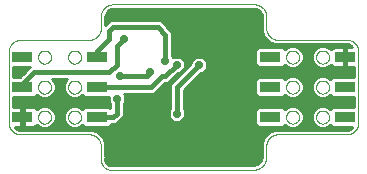
<source format=gbl>
G75*
%MOIN*%
%OFA0B0*%
%FSLAX25Y25*%
%IPPOS*%
%LPD*%
%AMOC8*
5,1,8,0,0,1.08239X$1,22.5*
%
%ADD10C,0.00000*%
%ADD11R,0.07087X0.03543*%
%ADD12C,0.01600*%
%ADD13OC8,0.02420*%
%ADD14C,0.01000*%
D10*
X0045791Y0032012D02*
X0045915Y0032010D01*
X0046038Y0032004D01*
X0046162Y0031995D01*
X0046284Y0031981D01*
X0046407Y0031964D01*
X0046529Y0031942D01*
X0046650Y0031917D01*
X0046770Y0031888D01*
X0046889Y0031856D01*
X0047008Y0031819D01*
X0047125Y0031779D01*
X0047240Y0031736D01*
X0047355Y0031688D01*
X0047467Y0031637D01*
X0047578Y0031583D01*
X0047688Y0031525D01*
X0047795Y0031464D01*
X0047901Y0031399D01*
X0048004Y0031331D01*
X0048105Y0031260D01*
X0048204Y0031186D01*
X0048301Y0031109D01*
X0048395Y0031028D01*
X0048486Y0030945D01*
X0048575Y0030859D01*
X0048661Y0030770D01*
X0048744Y0030679D01*
X0048825Y0030585D01*
X0048902Y0030488D01*
X0048976Y0030389D01*
X0049047Y0030288D01*
X0049115Y0030185D01*
X0049180Y0030079D01*
X0049241Y0029972D01*
X0049299Y0029862D01*
X0049353Y0029751D01*
X0049404Y0029639D01*
X0049452Y0029524D01*
X0049495Y0029409D01*
X0049535Y0029292D01*
X0049572Y0029173D01*
X0049604Y0029054D01*
X0049633Y0028934D01*
X0049658Y0028813D01*
X0049680Y0028691D01*
X0049697Y0028568D01*
X0049711Y0028446D01*
X0049720Y0028322D01*
X0049726Y0028199D01*
X0049728Y0028075D01*
X0049728Y0024138D01*
X0049713Y0024023D01*
X0049703Y0023907D01*
X0049696Y0023791D01*
X0049693Y0023675D01*
X0049694Y0023558D01*
X0049699Y0023442D01*
X0049708Y0023326D01*
X0049720Y0023211D01*
X0049737Y0023095D01*
X0049757Y0022981D01*
X0049781Y0022867D01*
X0049809Y0022754D01*
X0049841Y0022642D01*
X0049876Y0022532D01*
X0049915Y0022422D01*
X0049958Y0022314D01*
X0050004Y0022207D01*
X0050054Y0022102D01*
X0050108Y0021999D01*
X0050164Y0021897D01*
X0050224Y0021798D01*
X0050288Y0021700D01*
X0050354Y0021605D01*
X0050424Y0021512D01*
X0050497Y0021421D01*
X0050573Y0021333D01*
X0050652Y0021247D01*
X0050733Y0021164D01*
X0050818Y0021084D01*
X0050904Y0021007D01*
X0050994Y0020933D01*
X0051086Y0020861D01*
X0051180Y0020793D01*
X0051276Y0020728D01*
X0051375Y0020666D01*
X0051476Y0020608D01*
X0051578Y0020553D01*
X0051682Y0020501D01*
X0051788Y0020453D01*
X0051896Y0020409D01*
X0052005Y0020368D01*
X0052115Y0020331D01*
X0052226Y0020297D01*
X0052338Y0020268D01*
X0052452Y0020242D01*
X0052566Y0020219D01*
X0052681Y0020201D01*
X0099925Y0020201D01*
X0100056Y0020189D01*
X0100188Y0020180D01*
X0100320Y0020175D01*
X0100452Y0020174D01*
X0100584Y0020177D01*
X0100716Y0020184D01*
X0100848Y0020195D01*
X0100979Y0020210D01*
X0101110Y0020228D01*
X0101240Y0020251D01*
X0101369Y0020277D01*
X0101498Y0020307D01*
X0101625Y0020341D01*
X0101752Y0020379D01*
X0101877Y0020420D01*
X0102002Y0020465D01*
X0102124Y0020514D01*
X0102245Y0020566D01*
X0102365Y0020622D01*
X0102483Y0020682D01*
X0102599Y0020745D01*
X0102713Y0020811D01*
X0102825Y0020881D01*
X0102935Y0020954D01*
X0103043Y0021030D01*
X0103149Y0021110D01*
X0103252Y0021192D01*
X0103353Y0021278D01*
X0103451Y0021366D01*
X0103546Y0021457D01*
X0103639Y0021552D01*
X0103728Y0021648D01*
X0103815Y0021748D01*
X0103899Y0021850D01*
X0103980Y0021954D01*
X0104058Y0022061D01*
X0104132Y0022170D01*
X0104204Y0022281D01*
X0104272Y0022394D01*
X0104336Y0022510D01*
X0104397Y0022627D01*
X0104455Y0022745D01*
X0104509Y0022866D01*
X0104559Y0022988D01*
X0104606Y0023111D01*
X0104649Y0023236D01*
X0104689Y0023362D01*
X0104725Y0023489D01*
X0104756Y0023618D01*
X0104785Y0023747D01*
X0104809Y0023876D01*
X0104829Y0024007D01*
X0104846Y0024138D01*
X0104846Y0028075D01*
X0104848Y0028199D01*
X0104854Y0028322D01*
X0104863Y0028446D01*
X0104877Y0028568D01*
X0104894Y0028691D01*
X0104916Y0028813D01*
X0104941Y0028934D01*
X0104970Y0029054D01*
X0105002Y0029173D01*
X0105039Y0029292D01*
X0105079Y0029409D01*
X0105122Y0029524D01*
X0105170Y0029639D01*
X0105221Y0029751D01*
X0105275Y0029862D01*
X0105333Y0029972D01*
X0105394Y0030079D01*
X0105459Y0030185D01*
X0105527Y0030288D01*
X0105598Y0030389D01*
X0105672Y0030488D01*
X0105749Y0030585D01*
X0105830Y0030679D01*
X0105913Y0030770D01*
X0105999Y0030859D01*
X0106088Y0030945D01*
X0106179Y0031028D01*
X0106273Y0031109D01*
X0106370Y0031186D01*
X0106469Y0031260D01*
X0106570Y0031331D01*
X0106673Y0031399D01*
X0106779Y0031464D01*
X0106886Y0031525D01*
X0106996Y0031583D01*
X0107107Y0031637D01*
X0107219Y0031688D01*
X0107334Y0031736D01*
X0107449Y0031779D01*
X0107566Y0031819D01*
X0107685Y0031856D01*
X0107804Y0031888D01*
X0107924Y0031917D01*
X0108045Y0031942D01*
X0108167Y0031964D01*
X0108290Y0031981D01*
X0108412Y0031995D01*
X0108536Y0032004D01*
X0108659Y0032010D01*
X0108783Y0032012D01*
X0131618Y0032012D01*
X0131742Y0032014D01*
X0131865Y0032020D01*
X0131989Y0032029D01*
X0132111Y0032043D01*
X0132234Y0032060D01*
X0132356Y0032082D01*
X0132477Y0032107D01*
X0132597Y0032136D01*
X0132716Y0032168D01*
X0132835Y0032205D01*
X0132952Y0032245D01*
X0133067Y0032288D01*
X0133182Y0032336D01*
X0133294Y0032387D01*
X0133405Y0032441D01*
X0133515Y0032499D01*
X0133622Y0032560D01*
X0133728Y0032625D01*
X0133831Y0032693D01*
X0133932Y0032764D01*
X0134031Y0032838D01*
X0134128Y0032915D01*
X0134222Y0032996D01*
X0134313Y0033079D01*
X0134402Y0033165D01*
X0134488Y0033254D01*
X0134571Y0033345D01*
X0134652Y0033439D01*
X0134729Y0033536D01*
X0134803Y0033635D01*
X0134874Y0033736D01*
X0134942Y0033839D01*
X0135007Y0033945D01*
X0135068Y0034052D01*
X0135126Y0034162D01*
X0135180Y0034273D01*
X0135231Y0034385D01*
X0135279Y0034500D01*
X0135322Y0034615D01*
X0135362Y0034732D01*
X0135399Y0034851D01*
X0135431Y0034970D01*
X0135460Y0035090D01*
X0135485Y0035211D01*
X0135507Y0035333D01*
X0135524Y0035456D01*
X0135538Y0035578D01*
X0135547Y0035702D01*
X0135553Y0035825D01*
X0135555Y0035949D01*
X0135555Y0059571D01*
X0135553Y0059695D01*
X0135547Y0059818D01*
X0135538Y0059942D01*
X0135524Y0060064D01*
X0135507Y0060187D01*
X0135485Y0060309D01*
X0135460Y0060430D01*
X0135431Y0060550D01*
X0135399Y0060669D01*
X0135362Y0060788D01*
X0135322Y0060905D01*
X0135279Y0061020D01*
X0135231Y0061135D01*
X0135180Y0061247D01*
X0135126Y0061358D01*
X0135068Y0061468D01*
X0135007Y0061575D01*
X0134942Y0061681D01*
X0134874Y0061784D01*
X0134803Y0061885D01*
X0134729Y0061984D01*
X0134652Y0062081D01*
X0134571Y0062175D01*
X0134488Y0062266D01*
X0134402Y0062355D01*
X0134313Y0062441D01*
X0134222Y0062524D01*
X0134128Y0062605D01*
X0134031Y0062682D01*
X0133932Y0062756D01*
X0133831Y0062827D01*
X0133728Y0062895D01*
X0133622Y0062960D01*
X0133515Y0063021D01*
X0133405Y0063079D01*
X0133294Y0063133D01*
X0133182Y0063184D01*
X0133067Y0063232D01*
X0132952Y0063275D01*
X0132835Y0063315D01*
X0132716Y0063352D01*
X0132597Y0063384D01*
X0132477Y0063413D01*
X0132356Y0063438D01*
X0132234Y0063460D01*
X0132111Y0063477D01*
X0131989Y0063491D01*
X0131865Y0063500D01*
X0131742Y0063506D01*
X0131618Y0063508D01*
X0108783Y0063508D01*
X0108659Y0063510D01*
X0108536Y0063516D01*
X0108412Y0063525D01*
X0108290Y0063539D01*
X0108167Y0063556D01*
X0108045Y0063578D01*
X0107924Y0063603D01*
X0107804Y0063632D01*
X0107685Y0063664D01*
X0107566Y0063701D01*
X0107449Y0063741D01*
X0107334Y0063784D01*
X0107219Y0063832D01*
X0107107Y0063883D01*
X0106996Y0063937D01*
X0106886Y0063995D01*
X0106779Y0064056D01*
X0106673Y0064121D01*
X0106570Y0064189D01*
X0106469Y0064260D01*
X0106370Y0064334D01*
X0106273Y0064411D01*
X0106179Y0064492D01*
X0106088Y0064575D01*
X0105999Y0064661D01*
X0105913Y0064750D01*
X0105830Y0064841D01*
X0105749Y0064935D01*
X0105672Y0065032D01*
X0105598Y0065131D01*
X0105527Y0065232D01*
X0105459Y0065335D01*
X0105394Y0065441D01*
X0105333Y0065548D01*
X0105275Y0065658D01*
X0105221Y0065769D01*
X0105170Y0065881D01*
X0105122Y0065996D01*
X0105079Y0066111D01*
X0105039Y0066228D01*
X0105002Y0066347D01*
X0104970Y0066466D01*
X0104941Y0066586D01*
X0104916Y0066707D01*
X0104894Y0066829D01*
X0104877Y0066952D01*
X0104863Y0067074D01*
X0104854Y0067198D01*
X0104848Y0067321D01*
X0104846Y0067445D01*
X0104846Y0071382D01*
X0104844Y0071506D01*
X0104838Y0071629D01*
X0104829Y0071753D01*
X0104815Y0071875D01*
X0104798Y0071998D01*
X0104776Y0072120D01*
X0104751Y0072241D01*
X0104722Y0072361D01*
X0104690Y0072480D01*
X0104653Y0072599D01*
X0104613Y0072716D01*
X0104570Y0072831D01*
X0104522Y0072946D01*
X0104471Y0073058D01*
X0104417Y0073169D01*
X0104359Y0073279D01*
X0104298Y0073386D01*
X0104233Y0073492D01*
X0104165Y0073595D01*
X0104094Y0073696D01*
X0104020Y0073795D01*
X0103943Y0073892D01*
X0103862Y0073986D01*
X0103779Y0074077D01*
X0103693Y0074166D01*
X0103604Y0074252D01*
X0103513Y0074335D01*
X0103419Y0074416D01*
X0103322Y0074493D01*
X0103223Y0074567D01*
X0103122Y0074638D01*
X0103019Y0074706D01*
X0102913Y0074771D01*
X0102806Y0074832D01*
X0102696Y0074890D01*
X0102585Y0074944D01*
X0102473Y0074995D01*
X0102358Y0075043D01*
X0102243Y0075086D01*
X0102126Y0075126D01*
X0102007Y0075163D01*
X0101888Y0075195D01*
X0101768Y0075224D01*
X0101647Y0075249D01*
X0101525Y0075271D01*
X0101402Y0075288D01*
X0101280Y0075302D01*
X0101156Y0075311D01*
X0101033Y0075317D01*
X0100909Y0075319D01*
X0053665Y0075319D01*
X0053541Y0075317D01*
X0053418Y0075311D01*
X0053294Y0075302D01*
X0053172Y0075288D01*
X0053049Y0075271D01*
X0052927Y0075249D01*
X0052806Y0075224D01*
X0052686Y0075195D01*
X0052567Y0075163D01*
X0052448Y0075126D01*
X0052331Y0075086D01*
X0052216Y0075043D01*
X0052101Y0074995D01*
X0051989Y0074944D01*
X0051878Y0074890D01*
X0051768Y0074832D01*
X0051661Y0074771D01*
X0051555Y0074706D01*
X0051452Y0074638D01*
X0051351Y0074567D01*
X0051252Y0074493D01*
X0051155Y0074416D01*
X0051061Y0074335D01*
X0050970Y0074252D01*
X0050881Y0074166D01*
X0050795Y0074077D01*
X0050712Y0073986D01*
X0050631Y0073892D01*
X0050554Y0073795D01*
X0050480Y0073696D01*
X0050409Y0073595D01*
X0050341Y0073492D01*
X0050276Y0073386D01*
X0050215Y0073279D01*
X0050157Y0073169D01*
X0050103Y0073058D01*
X0050052Y0072946D01*
X0050004Y0072831D01*
X0049961Y0072716D01*
X0049921Y0072599D01*
X0049884Y0072480D01*
X0049852Y0072361D01*
X0049823Y0072241D01*
X0049798Y0072120D01*
X0049776Y0071998D01*
X0049759Y0071875D01*
X0049745Y0071753D01*
X0049736Y0071629D01*
X0049730Y0071506D01*
X0049728Y0071382D01*
X0049728Y0067445D01*
X0049726Y0067321D01*
X0049720Y0067198D01*
X0049711Y0067074D01*
X0049697Y0066952D01*
X0049680Y0066829D01*
X0049658Y0066707D01*
X0049633Y0066586D01*
X0049604Y0066466D01*
X0049572Y0066347D01*
X0049535Y0066228D01*
X0049495Y0066111D01*
X0049452Y0065996D01*
X0049404Y0065881D01*
X0049353Y0065769D01*
X0049299Y0065658D01*
X0049241Y0065548D01*
X0049180Y0065441D01*
X0049115Y0065335D01*
X0049047Y0065232D01*
X0048976Y0065131D01*
X0048902Y0065032D01*
X0048825Y0064935D01*
X0048744Y0064841D01*
X0048661Y0064750D01*
X0048575Y0064661D01*
X0048486Y0064575D01*
X0048395Y0064492D01*
X0048301Y0064411D01*
X0048204Y0064334D01*
X0048105Y0064260D01*
X0048004Y0064189D01*
X0047901Y0064121D01*
X0047795Y0064056D01*
X0047688Y0063995D01*
X0047578Y0063937D01*
X0047467Y0063883D01*
X0047355Y0063832D01*
X0047240Y0063784D01*
X0047125Y0063741D01*
X0047008Y0063701D01*
X0046889Y0063664D01*
X0046770Y0063632D01*
X0046650Y0063603D01*
X0046529Y0063578D01*
X0046407Y0063556D01*
X0046284Y0063539D01*
X0046162Y0063525D01*
X0046038Y0063516D01*
X0045915Y0063510D01*
X0045791Y0063508D01*
X0022957Y0063508D01*
X0022833Y0063506D01*
X0022710Y0063500D01*
X0022586Y0063491D01*
X0022464Y0063477D01*
X0022341Y0063460D01*
X0022219Y0063438D01*
X0022098Y0063413D01*
X0021978Y0063384D01*
X0021859Y0063352D01*
X0021740Y0063315D01*
X0021623Y0063275D01*
X0021508Y0063232D01*
X0021393Y0063184D01*
X0021281Y0063133D01*
X0021170Y0063079D01*
X0021060Y0063021D01*
X0020953Y0062960D01*
X0020847Y0062895D01*
X0020744Y0062827D01*
X0020643Y0062756D01*
X0020544Y0062682D01*
X0020447Y0062605D01*
X0020353Y0062524D01*
X0020262Y0062441D01*
X0020173Y0062355D01*
X0020087Y0062266D01*
X0020004Y0062175D01*
X0019923Y0062081D01*
X0019846Y0061984D01*
X0019772Y0061885D01*
X0019701Y0061784D01*
X0019633Y0061681D01*
X0019568Y0061575D01*
X0019507Y0061468D01*
X0019449Y0061358D01*
X0019395Y0061247D01*
X0019344Y0061135D01*
X0019296Y0061020D01*
X0019253Y0060905D01*
X0019213Y0060788D01*
X0019176Y0060669D01*
X0019144Y0060550D01*
X0019115Y0060430D01*
X0019090Y0060309D01*
X0019068Y0060187D01*
X0019051Y0060064D01*
X0019037Y0059942D01*
X0019028Y0059818D01*
X0019022Y0059695D01*
X0019020Y0059571D01*
X0019020Y0035949D01*
X0019022Y0035825D01*
X0019028Y0035702D01*
X0019037Y0035578D01*
X0019051Y0035456D01*
X0019068Y0035333D01*
X0019090Y0035211D01*
X0019115Y0035090D01*
X0019144Y0034970D01*
X0019176Y0034851D01*
X0019213Y0034732D01*
X0019253Y0034615D01*
X0019296Y0034500D01*
X0019344Y0034385D01*
X0019395Y0034273D01*
X0019449Y0034162D01*
X0019507Y0034052D01*
X0019568Y0033945D01*
X0019633Y0033839D01*
X0019701Y0033736D01*
X0019772Y0033635D01*
X0019846Y0033536D01*
X0019923Y0033439D01*
X0020004Y0033345D01*
X0020087Y0033254D01*
X0020173Y0033165D01*
X0020262Y0033079D01*
X0020353Y0032996D01*
X0020447Y0032915D01*
X0020544Y0032838D01*
X0020643Y0032764D01*
X0020744Y0032693D01*
X0020847Y0032625D01*
X0020953Y0032560D01*
X0021060Y0032499D01*
X0021170Y0032441D01*
X0021281Y0032387D01*
X0021393Y0032336D01*
X0021508Y0032288D01*
X0021623Y0032245D01*
X0021740Y0032205D01*
X0021859Y0032168D01*
X0021978Y0032136D01*
X0022098Y0032107D01*
X0022219Y0032082D01*
X0022341Y0032060D01*
X0022464Y0032043D01*
X0022586Y0032029D01*
X0022710Y0032020D01*
X0022833Y0032014D01*
X0022957Y0032012D01*
X0045791Y0032012D01*
X0038784Y0037760D02*
X0038786Y0037853D01*
X0038792Y0037945D01*
X0038802Y0038037D01*
X0038816Y0038128D01*
X0038833Y0038219D01*
X0038855Y0038309D01*
X0038880Y0038398D01*
X0038909Y0038486D01*
X0038942Y0038572D01*
X0038979Y0038657D01*
X0039019Y0038741D01*
X0039063Y0038822D01*
X0039110Y0038902D01*
X0039160Y0038980D01*
X0039214Y0039055D01*
X0039271Y0039128D01*
X0039331Y0039198D01*
X0039394Y0039266D01*
X0039460Y0039331D01*
X0039528Y0039393D01*
X0039599Y0039453D01*
X0039673Y0039509D01*
X0039749Y0039562D01*
X0039827Y0039611D01*
X0039907Y0039658D01*
X0039989Y0039700D01*
X0040073Y0039740D01*
X0040158Y0039775D01*
X0040245Y0039807D01*
X0040333Y0039836D01*
X0040422Y0039860D01*
X0040512Y0039881D01*
X0040603Y0039897D01*
X0040695Y0039910D01*
X0040787Y0039919D01*
X0040880Y0039924D01*
X0040972Y0039925D01*
X0041065Y0039922D01*
X0041157Y0039915D01*
X0041249Y0039904D01*
X0041340Y0039889D01*
X0041431Y0039871D01*
X0041521Y0039848D01*
X0041609Y0039822D01*
X0041697Y0039792D01*
X0041783Y0039758D01*
X0041867Y0039721D01*
X0041950Y0039679D01*
X0042031Y0039635D01*
X0042111Y0039587D01*
X0042188Y0039536D01*
X0042262Y0039481D01*
X0042335Y0039423D01*
X0042405Y0039363D01*
X0042472Y0039299D01*
X0042536Y0039233D01*
X0042598Y0039163D01*
X0042656Y0039092D01*
X0042711Y0039018D01*
X0042763Y0038941D01*
X0042812Y0038862D01*
X0042858Y0038782D01*
X0042900Y0038699D01*
X0042938Y0038615D01*
X0042973Y0038529D01*
X0043004Y0038442D01*
X0043031Y0038354D01*
X0043054Y0038264D01*
X0043074Y0038174D01*
X0043090Y0038083D01*
X0043102Y0037991D01*
X0043110Y0037899D01*
X0043114Y0037806D01*
X0043114Y0037714D01*
X0043110Y0037621D01*
X0043102Y0037529D01*
X0043090Y0037437D01*
X0043074Y0037346D01*
X0043054Y0037256D01*
X0043031Y0037166D01*
X0043004Y0037078D01*
X0042973Y0036991D01*
X0042938Y0036905D01*
X0042900Y0036821D01*
X0042858Y0036738D01*
X0042812Y0036658D01*
X0042763Y0036579D01*
X0042711Y0036502D01*
X0042656Y0036428D01*
X0042598Y0036357D01*
X0042536Y0036287D01*
X0042472Y0036221D01*
X0042405Y0036157D01*
X0042335Y0036097D01*
X0042262Y0036039D01*
X0042188Y0035984D01*
X0042111Y0035933D01*
X0042032Y0035885D01*
X0041950Y0035841D01*
X0041867Y0035799D01*
X0041783Y0035762D01*
X0041697Y0035728D01*
X0041609Y0035698D01*
X0041521Y0035672D01*
X0041431Y0035649D01*
X0041340Y0035631D01*
X0041249Y0035616D01*
X0041157Y0035605D01*
X0041065Y0035598D01*
X0040972Y0035595D01*
X0040880Y0035596D01*
X0040787Y0035601D01*
X0040695Y0035610D01*
X0040603Y0035623D01*
X0040512Y0035639D01*
X0040422Y0035660D01*
X0040333Y0035684D01*
X0040245Y0035713D01*
X0040158Y0035745D01*
X0040073Y0035780D01*
X0039989Y0035820D01*
X0039907Y0035862D01*
X0039827Y0035909D01*
X0039749Y0035958D01*
X0039673Y0036011D01*
X0039599Y0036067D01*
X0039528Y0036127D01*
X0039460Y0036189D01*
X0039394Y0036254D01*
X0039331Y0036322D01*
X0039271Y0036392D01*
X0039214Y0036465D01*
X0039160Y0036540D01*
X0039110Y0036618D01*
X0039063Y0036698D01*
X0039019Y0036779D01*
X0038979Y0036863D01*
X0038942Y0036948D01*
X0038909Y0037034D01*
X0038880Y0037122D01*
X0038855Y0037211D01*
X0038833Y0037301D01*
X0038816Y0037392D01*
X0038802Y0037483D01*
X0038792Y0037575D01*
X0038786Y0037667D01*
X0038784Y0037760D01*
X0028784Y0037760D02*
X0028786Y0037853D01*
X0028792Y0037945D01*
X0028802Y0038037D01*
X0028816Y0038128D01*
X0028833Y0038219D01*
X0028855Y0038309D01*
X0028880Y0038398D01*
X0028909Y0038486D01*
X0028942Y0038572D01*
X0028979Y0038657D01*
X0029019Y0038741D01*
X0029063Y0038822D01*
X0029110Y0038902D01*
X0029160Y0038980D01*
X0029214Y0039055D01*
X0029271Y0039128D01*
X0029331Y0039198D01*
X0029394Y0039266D01*
X0029460Y0039331D01*
X0029528Y0039393D01*
X0029599Y0039453D01*
X0029673Y0039509D01*
X0029749Y0039562D01*
X0029827Y0039611D01*
X0029907Y0039658D01*
X0029989Y0039700D01*
X0030073Y0039740D01*
X0030158Y0039775D01*
X0030245Y0039807D01*
X0030333Y0039836D01*
X0030422Y0039860D01*
X0030512Y0039881D01*
X0030603Y0039897D01*
X0030695Y0039910D01*
X0030787Y0039919D01*
X0030880Y0039924D01*
X0030972Y0039925D01*
X0031065Y0039922D01*
X0031157Y0039915D01*
X0031249Y0039904D01*
X0031340Y0039889D01*
X0031431Y0039871D01*
X0031521Y0039848D01*
X0031609Y0039822D01*
X0031697Y0039792D01*
X0031783Y0039758D01*
X0031867Y0039721D01*
X0031950Y0039679D01*
X0032031Y0039635D01*
X0032111Y0039587D01*
X0032188Y0039536D01*
X0032262Y0039481D01*
X0032335Y0039423D01*
X0032405Y0039363D01*
X0032472Y0039299D01*
X0032536Y0039233D01*
X0032598Y0039163D01*
X0032656Y0039092D01*
X0032711Y0039018D01*
X0032763Y0038941D01*
X0032812Y0038862D01*
X0032858Y0038782D01*
X0032900Y0038699D01*
X0032938Y0038615D01*
X0032973Y0038529D01*
X0033004Y0038442D01*
X0033031Y0038354D01*
X0033054Y0038264D01*
X0033074Y0038174D01*
X0033090Y0038083D01*
X0033102Y0037991D01*
X0033110Y0037899D01*
X0033114Y0037806D01*
X0033114Y0037714D01*
X0033110Y0037621D01*
X0033102Y0037529D01*
X0033090Y0037437D01*
X0033074Y0037346D01*
X0033054Y0037256D01*
X0033031Y0037166D01*
X0033004Y0037078D01*
X0032973Y0036991D01*
X0032938Y0036905D01*
X0032900Y0036821D01*
X0032858Y0036738D01*
X0032812Y0036658D01*
X0032763Y0036579D01*
X0032711Y0036502D01*
X0032656Y0036428D01*
X0032598Y0036357D01*
X0032536Y0036287D01*
X0032472Y0036221D01*
X0032405Y0036157D01*
X0032335Y0036097D01*
X0032262Y0036039D01*
X0032188Y0035984D01*
X0032111Y0035933D01*
X0032032Y0035885D01*
X0031950Y0035841D01*
X0031867Y0035799D01*
X0031783Y0035762D01*
X0031697Y0035728D01*
X0031609Y0035698D01*
X0031521Y0035672D01*
X0031431Y0035649D01*
X0031340Y0035631D01*
X0031249Y0035616D01*
X0031157Y0035605D01*
X0031065Y0035598D01*
X0030972Y0035595D01*
X0030880Y0035596D01*
X0030787Y0035601D01*
X0030695Y0035610D01*
X0030603Y0035623D01*
X0030512Y0035639D01*
X0030422Y0035660D01*
X0030333Y0035684D01*
X0030245Y0035713D01*
X0030158Y0035745D01*
X0030073Y0035780D01*
X0029989Y0035820D01*
X0029907Y0035862D01*
X0029827Y0035909D01*
X0029749Y0035958D01*
X0029673Y0036011D01*
X0029599Y0036067D01*
X0029528Y0036127D01*
X0029460Y0036189D01*
X0029394Y0036254D01*
X0029331Y0036322D01*
X0029271Y0036392D01*
X0029214Y0036465D01*
X0029160Y0036540D01*
X0029110Y0036618D01*
X0029063Y0036698D01*
X0029019Y0036779D01*
X0028979Y0036863D01*
X0028942Y0036948D01*
X0028909Y0037034D01*
X0028880Y0037122D01*
X0028855Y0037211D01*
X0028833Y0037301D01*
X0028816Y0037392D01*
X0028802Y0037483D01*
X0028792Y0037575D01*
X0028786Y0037667D01*
X0028784Y0037760D01*
X0028784Y0047760D02*
X0028786Y0047853D01*
X0028792Y0047945D01*
X0028802Y0048037D01*
X0028816Y0048128D01*
X0028833Y0048219D01*
X0028855Y0048309D01*
X0028880Y0048398D01*
X0028909Y0048486D01*
X0028942Y0048572D01*
X0028979Y0048657D01*
X0029019Y0048741D01*
X0029063Y0048822D01*
X0029110Y0048902D01*
X0029160Y0048980D01*
X0029214Y0049055D01*
X0029271Y0049128D01*
X0029331Y0049198D01*
X0029394Y0049266D01*
X0029460Y0049331D01*
X0029528Y0049393D01*
X0029599Y0049453D01*
X0029673Y0049509D01*
X0029749Y0049562D01*
X0029827Y0049611D01*
X0029907Y0049658D01*
X0029989Y0049700D01*
X0030073Y0049740D01*
X0030158Y0049775D01*
X0030245Y0049807D01*
X0030333Y0049836D01*
X0030422Y0049860D01*
X0030512Y0049881D01*
X0030603Y0049897D01*
X0030695Y0049910D01*
X0030787Y0049919D01*
X0030880Y0049924D01*
X0030972Y0049925D01*
X0031065Y0049922D01*
X0031157Y0049915D01*
X0031249Y0049904D01*
X0031340Y0049889D01*
X0031431Y0049871D01*
X0031521Y0049848D01*
X0031609Y0049822D01*
X0031697Y0049792D01*
X0031783Y0049758D01*
X0031867Y0049721D01*
X0031950Y0049679D01*
X0032031Y0049635D01*
X0032111Y0049587D01*
X0032188Y0049536D01*
X0032262Y0049481D01*
X0032335Y0049423D01*
X0032405Y0049363D01*
X0032472Y0049299D01*
X0032536Y0049233D01*
X0032598Y0049163D01*
X0032656Y0049092D01*
X0032711Y0049018D01*
X0032763Y0048941D01*
X0032812Y0048862D01*
X0032858Y0048782D01*
X0032900Y0048699D01*
X0032938Y0048615D01*
X0032973Y0048529D01*
X0033004Y0048442D01*
X0033031Y0048354D01*
X0033054Y0048264D01*
X0033074Y0048174D01*
X0033090Y0048083D01*
X0033102Y0047991D01*
X0033110Y0047899D01*
X0033114Y0047806D01*
X0033114Y0047714D01*
X0033110Y0047621D01*
X0033102Y0047529D01*
X0033090Y0047437D01*
X0033074Y0047346D01*
X0033054Y0047256D01*
X0033031Y0047166D01*
X0033004Y0047078D01*
X0032973Y0046991D01*
X0032938Y0046905D01*
X0032900Y0046821D01*
X0032858Y0046738D01*
X0032812Y0046658D01*
X0032763Y0046579D01*
X0032711Y0046502D01*
X0032656Y0046428D01*
X0032598Y0046357D01*
X0032536Y0046287D01*
X0032472Y0046221D01*
X0032405Y0046157D01*
X0032335Y0046097D01*
X0032262Y0046039D01*
X0032188Y0045984D01*
X0032111Y0045933D01*
X0032032Y0045885D01*
X0031950Y0045841D01*
X0031867Y0045799D01*
X0031783Y0045762D01*
X0031697Y0045728D01*
X0031609Y0045698D01*
X0031521Y0045672D01*
X0031431Y0045649D01*
X0031340Y0045631D01*
X0031249Y0045616D01*
X0031157Y0045605D01*
X0031065Y0045598D01*
X0030972Y0045595D01*
X0030880Y0045596D01*
X0030787Y0045601D01*
X0030695Y0045610D01*
X0030603Y0045623D01*
X0030512Y0045639D01*
X0030422Y0045660D01*
X0030333Y0045684D01*
X0030245Y0045713D01*
X0030158Y0045745D01*
X0030073Y0045780D01*
X0029989Y0045820D01*
X0029907Y0045862D01*
X0029827Y0045909D01*
X0029749Y0045958D01*
X0029673Y0046011D01*
X0029599Y0046067D01*
X0029528Y0046127D01*
X0029460Y0046189D01*
X0029394Y0046254D01*
X0029331Y0046322D01*
X0029271Y0046392D01*
X0029214Y0046465D01*
X0029160Y0046540D01*
X0029110Y0046618D01*
X0029063Y0046698D01*
X0029019Y0046779D01*
X0028979Y0046863D01*
X0028942Y0046948D01*
X0028909Y0047034D01*
X0028880Y0047122D01*
X0028855Y0047211D01*
X0028833Y0047301D01*
X0028816Y0047392D01*
X0028802Y0047483D01*
X0028792Y0047575D01*
X0028786Y0047667D01*
X0028784Y0047760D01*
X0038784Y0047760D02*
X0038786Y0047853D01*
X0038792Y0047945D01*
X0038802Y0048037D01*
X0038816Y0048128D01*
X0038833Y0048219D01*
X0038855Y0048309D01*
X0038880Y0048398D01*
X0038909Y0048486D01*
X0038942Y0048572D01*
X0038979Y0048657D01*
X0039019Y0048741D01*
X0039063Y0048822D01*
X0039110Y0048902D01*
X0039160Y0048980D01*
X0039214Y0049055D01*
X0039271Y0049128D01*
X0039331Y0049198D01*
X0039394Y0049266D01*
X0039460Y0049331D01*
X0039528Y0049393D01*
X0039599Y0049453D01*
X0039673Y0049509D01*
X0039749Y0049562D01*
X0039827Y0049611D01*
X0039907Y0049658D01*
X0039989Y0049700D01*
X0040073Y0049740D01*
X0040158Y0049775D01*
X0040245Y0049807D01*
X0040333Y0049836D01*
X0040422Y0049860D01*
X0040512Y0049881D01*
X0040603Y0049897D01*
X0040695Y0049910D01*
X0040787Y0049919D01*
X0040880Y0049924D01*
X0040972Y0049925D01*
X0041065Y0049922D01*
X0041157Y0049915D01*
X0041249Y0049904D01*
X0041340Y0049889D01*
X0041431Y0049871D01*
X0041521Y0049848D01*
X0041609Y0049822D01*
X0041697Y0049792D01*
X0041783Y0049758D01*
X0041867Y0049721D01*
X0041950Y0049679D01*
X0042031Y0049635D01*
X0042111Y0049587D01*
X0042188Y0049536D01*
X0042262Y0049481D01*
X0042335Y0049423D01*
X0042405Y0049363D01*
X0042472Y0049299D01*
X0042536Y0049233D01*
X0042598Y0049163D01*
X0042656Y0049092D01*
X0042711Y0049018D01*
X0042763Y0048941D01*
X0042812Y0048862D01*
X0042858Y0048782D01*
X0042900Y0048699D01*
X0042938Y0048615D01*
X0042973Y0048529D01*
X0043004Y0048442D01*
X0043031Y0048354D01*
X0043054Y0048264D01*
X0043074Y0048174D01*
X0043090Y0048083D01*
X0043102Y0047991D01*
X0043110Y0047899D01*
X0043114Y0047806D01*
X0043114Y0047714D01*
X0043110Y0047621D01*
X0043102Y0047529D01*
X0043090Y0047437D01*
X0043074Y0047346D01*
X0043054Y0047256D01*
X0043031Y0047166D01*
X0043004Y0047078D01*
X0042973Y0046991D01*
X0042938Y0046905D01*
X0042900Y0046821D01*
X0042858Y0046738D01*
X0042812Y0046658D01*
X0042763Y0046579D01*
X0042711Y0046502D01*
X0042656Y0046428D01*
X0042598Y0046357D01*
X0042536Y0046287D01*
X0042472Y0046221D01*
X0042405Y0046157D01*
X0042335Y0046097D01*
X0042262Y0046039D01*
X0042188Y0045984D01*
X0042111Y0045933D01*
X0042032Y0045885D01*
X0041950Y0045841D01*
X0041867Y0045799D01*
X0041783Y0045762D01*
X0041697Y0045728D01*
X0041609Y0045698D01*
X0041521Y0045672D01*
X0041431Y0045649D01*
X0041340Y0045631D01*
X0041249Y0045616D01*
X0041157Y0045605D01*
X0041065Y0045598D01*
X0040972Y0045595D01*
X0040880Y0045596D01*
X0040787Y0045601D01*
X0040695Y0045610D01*
X0040603Y0045623D01*
X0040512Y0045639D01*
X0040422Y0045660D01*
X0040333Y0045684D01*
X0040245Y0045713D01*
X0040158Y0045745D01*
X0040073Y0045780D01*
X0039989Y0045820D01*
X0039907Y0045862D01*
X0039827Y0045909D01*
X0039749Y0045958D01*
X0039673Y0046011D01*
X0039599Y0046067D01*
X0039528Y0046127D01*
X0039460Y0046189D01*
X0039394Y0046254D01*
X0039331Y0046322D01*
X0039271Y0046392D01*
X0039214Y0046465D01*
X0039160Y0046540D01*
X0039110Y0046618D01*
X0039063Y0046698D01*
X0039019Y0046779D01*
X0038979Y0046863D01*
X0038942Y0046948D01*
X0038909Y0047034D01*
X0038880Y0047122D01*
X0038855Y0047211D01*
X0038833Y0047301D01*
X0038816Y0047392D01*
X0038802Y0047483D01*
X0038792Y0047575D01*
X0038786Y0047667D01*
X0038784Y0047760D01*
X0038784Y0057760D02*
X0038786Y0057853D01*
X0038792Y0057945D01*
X0038802Y0058037D01*
X0038816Y0058128D01*
X0038833Y0058219D01*
X0038855Y0058309D01*
X0038880Y0058398D01*
X0038909Y0058486D01*
X0038942Y0058572D01*
X0038979Y0058657D01*
X0039019Y0058741D01*
X0039063Y0058822D01*
X0039110Y0058902D01*
X0039160Y0058980D01*
X0039214Y0059055D01*
X0039271Y0059128D01*
X0039331Y0059198D01*
X0039394Y0059266D01*
X0039460Y0059331D01*
X0039528Y0059393D01*
X0039599Y0059453D01*
X0039673Y0059509D01*
X0039749Y0059562D01*
X0039827Y0059611D01*
X0039907Y0059658D01*
X0039989Y0059700D01*
X0040073Y0059740D01*
X0040158Y0059775D01*
X0040245Y0059807D01*
X0040333Y0059836D01*
X0040422Y0059860D01*
X0040512Y0059881D01*
X0040603Y0059897D01*
X0040695Y0059910D01*
X0040787Y0059919D01*
X0040880Y0059924D01*
X0040972Y0059925D01*
X0041065Y0059922D01*
X0041157Y0059915D01*
X0041249Y0059904D01*
X0041340Y0059889D01*
X0041431Y0059871D01*
X0041521Y0059848D01*
X0041609Y0059822D01*
X0041697Y0059792D01*
X0041783Y0059758D01*
X0041867Y0059721D01*
X0041950Y0059679D01*
X0042031Y0059635D01*
X0042111Y0059587D01*
X0042188Y0059536D01*
X0042262Y0059481D01*
X0042335Y0059423D01*
X0042405Y0059363D01*
X0042472Y0059299D01*
X0042536Y0059233D01*
X0042598Y0059163D01*
X0042656Y0059092D01*
X0042711Y0059018D01*
X0042763Y0058941D01*
X0042812Y0058862D01*
X0042858Y0058782D01*
X0042900Y0058699D01*
X0042938Y0058615D01*
X0042973Y0058529D01*
X0043004Y0058442D01*
X0043031Y0058354D01*
X0043054Y0058264D01*
X0043074Y0058174D01*
X0043090Y0058083D01*
X0043102Y0057991D01*
X0043110Y0057899D01*
X0043114Y0057806D01*
X0043114Y0057714D01*
X0043110Y0057621D01*
X0043102Y0057529D01*
X0043090Y0057437D01*
X0043074Y0057346D01*
X0043054Y0057256D01*
X0043031Y0057166D01*
X0043004Y0057078D01*
X0042973Y0056991D01*
X0042938Y0056905D01*
X0042900Y0056821D01*
X0042858Y0056738D01*
X0042812Y0056658D01*
X0042763Y0056579D01*
X0042711Y0056502D01*
X0042656Y0056428D01*
X0042598Y0056357D01*
X0042536Y0056287D01*
X0042472Y0056221D01*
X0042405Y0056157D01*
X0042335Y0056097D01*
X0042262Y0056039D01*
X0042188Y0055984D01*
X0042111Y0055933D01*
X0042032Y0055885D01*
X0041950Y0055841D01*
X0041867Y0055799D01*
X0041783Y0055762D01*
X0041697Y0055728D01*
X0041609Y0055698D01*
X0041521Y0055672D01*
X0041431Y0055649D01*
X0041340Y0055631D01*
X0041249Y0055616D01*
X0041157Y0055605D01*
X0041065Y0055598D01*
X0040972Y0055595D01*
X0040880Y0055596D01*
X0040787Y0055601D01*
X0040695Y0055610D01*
X0040603Y0055623D01*
X0040512Y0055639D01*
X0040422Y0055660D01*
X0040333Y0055684D01*
X0040245Y0055713D01*
X0040158Y0055745D01*
X0040073Y0055780D01*
X0039989Y0055820D01*
X0039907Y0055862D01*
X0039827Y0055909D01*
X0039749Y0055958D01*
X0039673Y0056011D01*
X0039599Y0056067D01*
X0039528Y0056127D01*
X0039460Y0056189D01*
X0039394Y0056254D01*
X0039331Y0056322D01*
X0039271Y0056392D01*
X0039214Y0056465D01*
X0039160Y0056540D01*
X0039110Y0056618D01*
X0039063Y0056698D01*
X0039019Y0056779D01*
X0038979Y0056863D01*
X0038942Y0056948D01*
X0038909Y0057034D01*
X0038880Y0057122D01*
X0038855Y0057211D01*
X0038833Y0057301D01*
X0038816Y0057392D01*
X0038802Y0057483D01*
X0038792Y0057575D01*
X0038786Y0057667D01*
X0038784Y0057760D01*
X0028784Y0057760D02*
X0028786Y0057853D01*
X0028792Y0057945D01*
X0028802Y0058037D01*
X0028816Y0058128D01*
X0028833Y0058219D01*
X0028855Y0058309D01*
X0028880Y0058398D01*
X0028909Y0058486D01*
X0028942Y0058572D01*
X0028979Y0058657D01*
X0029019Y0058741D01*
X0029063Y0058822D01*
X0029110Y0058902D01*
X0029160Y0058980D01*
X0029214Y0059055D01*
X0029271Y0059128D01*
X0029331Y0059198D01*
X0029394Y0059266D01*
X0029460Y0059331D01*
X0029528Y0059393D01*
X0029599Y0059453D01*
X0029673Y0059509D01*
X0029749Y0059562D01*
X0029827Y0059611D01*
X0029907Y0059658D01*
X0029989Y0059700D01*
X0030073Y0059740D01*
X0030158Y0059775D01*
X0030245Y0059807D01*
X0030333Y0059836D01*
X0030422Y0059860D01*
X0030512Y0059881D01*
X0030603Y0059897D01*
X0030695Y0059910D01*
X0030787Y0059919D01*
X0030880Y0059924D01*
X0030972Y0059925D01*
X0031065Y0059922D01*
X0031157Y0059915D01*
X0031249Y0059904D01*
X0031340Y0059889D01*
X0031431Y0059871D01*
X0031521Y0059848D01*
X0031609Y0059822D01*
X0031697Y0059792D01*
X0031783Y0059758D01*
X0031867Y0059721D01*
X0031950Y0059679D01*
X0032031Y0059635D01*
X0032111Y0059587D01*
X0032188Y0059536D01*
X0032262Y0059481D01*
X0032335Y0059423D01*
X0032405Y0059363D01*
X0032472Y0059299D01*
X0032536Y0059233D01*
X0032598Y0059163D01*
X0032656Y0059092D01*
X0032711Y0059018D01*
X0032763Y0058941D01*
X0032812Y0058862D01*
X0032858Y0058782D01*
X0032900Y0058699D01*
X0032938Y0058615D01*
X0032973Y0058529D01*
X0033004Y0058442D01*
X0033031Y0058354D01*
X0033054Y0058264D01*
X0033074Y0058174D01*
X0033090Y0058083D01*
X0033102Y0057991D01*
X0033110Y0057899D01*
X0033114Y0057806D01*
X0033114Y0057714D01*
X0033110Y0057621D01*
X0033102Y0057529D01*
X0033090Y0057437D01*
X0033074Y0057346D01*
X0033054Y0057256D01*
X0033031Y0057166D01*
X0033004Y0057078D01*
X0032973Y0056991D01*
X0032938Y0056905D01*
X0032900Y0056821D01*
X0032858Y0056738D01*
X0032812Y0056658D01*
X0032763Y0056579D01*
X0032711Y0056502D01*
X0032656Y0056428D01*
X0032598Y0056357D01*
X0032536Y0056287D01*
X0032472Y0056221D01*
X0032405Y0056157D01*
X0032335Y0056097D01*
X0032262Y0056039D01*
X0032188Y0055984D01*
X0032111Y0055933D01*
X0032032Y0055885D01*
X0031950Y0055841D01*
X0031867Y0055799D01*
X0031783Y0055762D01*
X0031697Y0055728D01*
X0031609Y0055698D01*
X0031521Y0055672D01*
X0031431Y0055649D01*
X0031340Y0055631D01*
X0031249Y0055616D01*
X0031157Y0055605D01*
X0031065Y0055598D01*
X0030972Y0055595D01*
X0030880Y0055596D01*
X0030787Y0055601D01*
X0030695Y0055610D01*
X0030603Y0055623D01*
X0030512Y0055639D01*
X0030422Y0055660D01*
X0030333Y0055684D01*
X0030245Y0055713D01*
X0030158Y0055745D01*
X0030073Y0055780D01*
X0029989Y0055820D01*
X0029907Y0055862D01*
X0029827Y0055909D01*
X0029749Y0055958D01*
X0029673Y0056011D01*
X0029599Y0056067D01*
X0029528Y0056127D01*
X0029460Y0056189D01*
X0029394Y0056254D01*
X0029331Y0056322D01*
X0029271Y0056392D01*
X0029214Y0056465D01*
X0029160Y0056540D01*
X0029110Y0056618D01*
X0029063Y0056698D01*
X0029019Y0056779D01*
X0028979Y0056863D01*
X0028942Y0056948D01*
X0028909Y0057034D01*
X0028880Y0057122D01*
X0028855Y0057211D01*
X0028833Y0057301D01*
X0028816Y0057392D01*
X0028802Y0057483D01*
X0028792Y0057575D01*
X0028786Y0057667D01*
X0028784Y0057760D01*
X0111461Y0057760D02*
X0111463Y0057853D01*
X0111469Y0057945D01*
X0111479Y0058037D01*
X0111493Y0058128D01*
X0111510Y0058219D01*
X0111532Y0058309D01*
X0111557Y0058398D01*
X0111586Y0058486D01*
X0111619Y0058572D01*
X0111656Y0058657D01*
X0111696Y0058741D01*
X0111740Y0058822D01*
X0111787Y0058902D01*
X0111837Y0058980D01*
X0111891Y0059055D01*
X0111948Y0059128D01*
X0112008Y0059198D01*
X0112071Y0059266D01*
X0112137Y0059331D01*
X0112205Y0059393D01*
X0112276Y0059453D01*
X0112350Y0059509D01*
X0112426Y0059562D01*
X0112504Y0059611D01*
X0112584Y0059658D01*
X0112666Y0059700D01*
X0112750Y0059740D01*
X0112835Y0059775D01*
X0112922Y0059807D01*
X0113010Y0059836D01*
X0113099Y0059860D01*
X0113189Y0059881D01*
X0113280Y0059897D01*
X0113372Y0059910D01*
X0113464Y0059919D01*
X0113557Y0059924D01*
X0113649Y0059925D01*
X0113742Y0059922D01*
X0113834Y0059915D01*
X0113926Y0059904D01*
X0114017Y0059889D01*
X0114108Y0059871D01*
X0114198Y0059848D01*
X0114286Y0059822D01*
X0114374Y0059792D01*
X0114460Y0059758D01*
X0114544Y0059721D01*
X0114627Y0059679D01*
X0114708Y0059635D01*
X0114788Y0059587D01*
X0114865Y0059536D01*
X0114939Y0059481D01*
X0115012Y0059423D01*
X0115082Y0059363D01*
X0115149Y0059299D01*
X0115213Y0059233D01*
X0115275Y0059163D01*
X0115333Y0059092D01*
X0115388Y0059018D01*
X0115440Y0058941D01*
X0115489Y0058862D01*
X0115535Y0058782D01*
X0115577Y0058699D01*
X0115615Y0058615D01*
X0115650Y0058529D01*
X0115681Y0058442D01*
X0115708Y0058354D01*
X0115731Y0058264D01*
X0115751Y0058174D01*
X0115767Y0058083D01*
X0115779Y0057991D01*
X0115787Y0057899D01*
X0115791Y0057806D01*
X0115791Y0057714D01*
X0115787Y0057621D01*
X0115779Y0057529D01*
X0115767Y0057437D01*
X0115751Y0057346D01*
X0115731Y0057256D01*
X0115708Y0057166D01*
X0115681Y0057078D01*
X0115650Y0056991D01*
X0115615Y0056905D01*
X0115577Y0056821D01*
X0115535Y0056738D01*
X0115489Y0056658D01*
X0115440Y0056579D01*
X0115388Y0056502D01*
X0115333Y0056428D01*
X0115275Y0056357D01*
X0115213Y0056287D01*
X0115149Y0056221D01*
X0115082Y0056157D01*
X0115012Y0056097D01*
X0114939Y0056039D01*
X0114865Y0055984D01*
X0114788Y0055933D01*
X0114709Y0055885D01*
X0114627Y0055841D01*
X0114544Y0055799D01*
X0114460Y0055762D01*
X0114374Y0055728D01*
X0114286Y0055698D01*
X0114198Y0055672D01*
X0114108Y0055649D01*
X0114017Y0055631D01*
X0113926Y0055616D01*
X0113834Y0055605D01*
X0113742Y0055598D01*
X0113649Y0055595D01*
X0113557Y0055596D01*
X0113464Y0055601D01*
X0113372Y0055610D01*
X0113280Y0055623D01*
X0113189Y0055639D01*
X0113099Y0055660D01*
X0113010Y0055684D01*
X0112922Y0055713D01*
X0112835Y0055745D01*
X0112750Y0055780D01*
X0112666Y0055820D01*
X0112584Y0055862D01*
X0112504Y0055909D01*
X0112426Y0055958D01*
X0112350Y0056011D01*
X0112276Y0056067D01*
X0112205Y0056127D01*
X0112137Y0056189D01*
X0112071Y0056254D01*
X0112008Y0056322D01*
X0111948Y0056392D01*
X0111891Y0056465D01*
X0111837Y0056540D01*
X0111787Y0056618D01*
X0111740Y0056698D01*
X0111696Y0056779D01*
X0111656Y0056863D01*
X0111619Y0056948D01*
X0111586Y0057034D01*
X0111557Y0057122D01*
X0111532Y0057211D01*
X0111510Y0057301D01*
X0111493Y0057392D01*
X0111479Y0057483D01*
X0111469Y0057575D01*
X0111463Y0057667D01*
X0111461Y0057760D01*
X0121461Y0057760D02*
X0121463Y0057853D01*
X0121469Y0057945D01*
X0121479Y0058037D01*
X0121493Y0058128D01*
X0121510Y0058219D01*
X0121532Y0058309D01*
X0121557Y0058398D01*
X0121586Y0058486D01*
X0121619Y0058572D01*
X0121656Y0058657D01*
X0121696Y0058741D01*
X0121740Y0058822D01*
X0121787Y0058902D01*
X0121837Y0058980D01*
X0121891Y0059055D01*
X0121948Y0059128D01*
X0122008Y0059198D01*
X0122071Y0059266D01*
X0122137Y0059331D01*
X0122205Y0059393D01*
X0122276Y0059453D01*
X0122350Y0059509D01*
X0122426Y0059562D01*
X0122504Y0059611D01*
X0122584Y0059658D01*
X0122666Y0059700D01*
X0122750Y0059740D01*
X0122835Y0059775D01*
X0122922Y0059807D01*
X0123010Y0059836D01*
X0123099Y0059860D01*
X0123189Y0059881D01*
X0123280Y0059897D01*
X0123372Y0059910D01*
X0123464Y0059919D01*
X0123557Y0059924D01*
X0123649Y0059925D01*
X0123742Y0059922D01*
X0123834Y0059915D01*
X0123926Y0059904D01*
X0124017Y0059889D01*
X0124108Y0059871D01*
X0124198Y0059848D01*
X0124286Y0059822D01*
X0124374Y0059792D01*
X0124460Y0059758D01*
X0124544Y0059721D01*
X0124627Y0059679D01*
X0124708Y0059635D01*
X0124788Y0059587D01*
X0124865Y0059536D01*
X0124939Y0059481D01*
X0125012Y0059423D01*
X0125082Y0059363D01*
X0125149Y0059299D01*
X0125213Y0059233D01*
X0125275Y0059163D01*
X0125333Y0059092D01*
X0125388Y0059018D01*
X0125440Y0058941D01*
X0125489Y0058862D01*
X0125535Y0058782D01*
X0125577Y0058699D01*
X0125615Y0058615D01*
X0125650Y0058529D01*
X0125681Y0058442D01*
X0125708Y0058354D01*
X0125731Y0058264D01*
X0125751Y0058174D01*
X0125767Y0058083D01*
X0125779Y0057991D01*
X0125787Y0057899D01*
X0125791Y0057806D01*
X0125791Y0057714D01*
X0125787Y0057621D01*
X0125779Y0057529D01*
X0125767Y0057437D01*
X0125751Y0057346D01*
X0125731Y0057256D01*
X0125708Y0057166D01*
X0125681Y0057078D01*
X0125650Y0056991D01*
X0125615Y0056905D01*
X0125577Y0056821D01*
X0125535Y0056738D01*
X0125489Y0056658D01*
X0125440Y0056579D01*
X0125388Y0056502D01*
X0125333Y0056428D01*
X0125275Y0056357D01*
X0125213Y0056287D01*
X0125149Y0056221D01*
X0125082Y0056157D01*
X0125012Y0056097D01*
X0124939Y0056039D01*
X0124865Y0055984D01*
X0124788Y0055933D01*
X0124709Y0055885D01*
X0124627Y0055841D01*
X0124544Y0055799D01*
X0124460Y0055762D01*
X0124374Y0055728D01*
X0124286Y0055698D01*
X0124198Y0055672D01*
X0124108Y0055649D01*
X0124017Y0055631D01*
X0123926Y0055616D01*
X0123834Y0055605D01*
X0123742Y0055598D01*
X0123649Y0055595D01*
X0123557Y0055596D01*
X0123464Y0055601D01*
X0123372Y0055610D01*
X0123280Y0055623D01*
X0123189Y0055639D01*
X0123099Y0055660D01*
X0123010Y0055684D01*
X0122922Y0055713D01*
X0122835Y0055745D01*
X0122750Y0055780D01*
X0122666Y0055820D01*
X0122584Y0055862D01*
X0122504Y0055909D01*
X0122426Y0055958D01*
X0122350Y0056011D01*
X0122276Y0056067D01*
X0122205Y0056127D01*
X0122137Y0056189D01*
X0122071Y0056254D01*
X0122008Y0056322D01*
X0121948Y0056392D01*
X0121891Y0056465D01*
X0121837Y0056540D01*
X0121787Y0056618D01*
X0121740Y0056698D01*
X0121696Y0056779D01*
X0121656Y0056863D01*
X0121619Y0056948D01*
X0121586Y0057034D01*
X0121557Y0057122D01*
X0121532Y0057211D01*
X0121510Y0057301D01*
X0121493Y0057392D01*
X0121479Y0057483D01*
X0121469Y0057575D01*
X0121463Y0057667D01*
X0121461Y0057760D01*
X0121461Y0047760D02*
X0121463Y0047853D01*
X0121469Y0047945D01*
X0121479Y0048037D01*
X0121493Y0048128D01*
X0121510Y0048219D01*
X0121532Y0048309D01*
X0121557Y0048398D01*
X0121586Y0048486D01*
X0121619Y0048572D01*
X0121656Y0048657D01*
X0121696Y0048741D01*
X0121740Y0048822D01*
X0121787Y0048902D01*
X0121837Y0048980D01*
X0121891Y0049055D01*
X0121948Y0049128D01*
X0122008Y0049198D01*
X0122071Y0049266D01*
X0122137Y0049331D01*
X0122205Y0049393D01*
X0122276Y0049453D01*
X0122350Y0049509D01*
X0122426Y0049562D01*
X0122504Y0049611D01*
X0122584Y0049658D01*
X0122666Y0049700D01*
X0122750Y0049740D01*
X0122835Y0049775D01*
X0122922Y0049807D01*
X0123010Y0049836D01*
X0123099Y0049860D01*
X0123189Y0049881D01*
X0123280Y0049897D01*
X0123372Y0049910D01*
X0123464Y0049919D01*
X0123557Y0049924D01*
X0123649Y0049925D01*
X0123742Y0049922D01*
X0123834Y0049915D01*
X0123926Y0049904D01*
X0124017Y0049889D01*
X0124108Y0049871D01*
X0124198Y0049848D01*
X0124286Y0049822D01*
X0124374Y0049792D01*
X0124460Y0049758D01*
X0124544Y0049721D01*
X0124627Y0049679D01*
X0124708Y0049635D01*
X0124788Y0049587D01*
X0124865Y0049536D01*
X0124939Y0049481D01*
X0125012Y0049423D01*
X0125082Y0049363D01*
X0125149Y0049299D01*
X0125213Y0049233D01*
X0125275Y0049163D01*
X0125333Y0049092D01*
X0125388Y0049018D01*
X0125440Y0048941D01*
X0125489Y0048862D01*
X0125535Y0048782D01*
X0125577Y0048699D01*
X0125615Y0048615D01*
X0125650Y0048529D01*
X0125681Y0048442D01*
X0125708Y0048354D01*
X0125731Y0048264D01*
X0125751Y0048174D01*
X0125767Y0048083D01*
X0125779Y0047991D01*
X0125787Y0047899D01*
X0125791Y0047806D01*
X0125791Y0047714D01*
X0125787Y0047621D01*
X0125779Y0047529D01*
X0125767Y0047437D01*
X0125751Y0047346D01*
X0125731Y0047256D01*
X0125708Y0047166D01*
X0125681Y0047078D01*
X0125650Y0046991D01*
X0125615Y0046905D01*
X0125577Y0046821D01*
X0125535Y0046738D01*
X0125489Y0046658D01*
X0125440Y0046579D01*
X0125388Y0046502D01*
X0125333Y0046428D01*
X0125275Y0046357D01*
X0125213Y0046287D01*
X0125149Y0046221D01*
X0125082Y0046157D01*
X0125012Y0046097D01*
X0124939Y0046039D01*
X0124865Y0045984D01*
X0124788Y0045933D01*
X0124709Y0045885D01*
X0124627Y0045841D01*
X0124544Y0045799D01*
X0124460Y0045762D01*
X0124374Y0045728D01*
X0124286Y0045698D01*
X0124198Y0045672D01*
X0124108Y0045649D01*
X0124017Y0045631D01*
X0123926Y0045616D01*
X0123834Y0045605D01*
X0123742Y0045598D01*
X0123649Y0045595D01*
X0123557Y0045596D01*
X0123464Y0045601D01*
X0123372Y0045610D01*
X0123280Y0045623D01*
X0123189Y0045639D01*
X0123099Y0045660D01*
X0123010Y0045684D01*
X0122922Y0045713D01*
X0122835Y0045745D01*
X0122750Y0045780D01*
X0122666Y0045820D01*
X0122584Y0045862D01*
X0122504Y0045909D01*
X0122426Y0045958D01*
X0122350Y0046011D01*
X0122276Y0046067D01*
X0122205Y0046127D01*
X0122137Y0046189D01*
X0122071Y0046254D01*
X0122008Y0046322D01*
X0121948Y0046392D01*
X0121891Y0046465D01*
X0121837Y0046540D01*
X0121787Y0046618D01*
X0121740Y0046698D01*
X0121696Y0046779D01*
X0121656Y0046863D01*
X0121619Y0046948D01*
X0121586Y0047034D01*
X0121557Y0047122D01*
X0121532Y0047211D01*
X0121510Y0047301D01*
X0121493Y0047392D01*
X0121479Y0047483D01*
X0121469Y0047575D01*
X0121463Y0047667D01*
X0121461Y0047760D01*
X0111461Y0047760D02*
X0111463Y0047853D01*
X0111469Y0047945D01*
X0111479Y0048037D01*
X0111493Y0048128D01*
X0111510Y0048219D01*
X0111532Y0048309D01*
X0111557Y0048398D01*
X0111586Y0048486D01*
X0111619Y0048572D01*
X0111656Y0048657D01*
X0111696Y0048741D01*
X0111740Y0048822D01*
X0111787Y0048902D01*
X0111837Y0048980D01*
X0111891Y0049055D01*
X0111948Y0049128D01*
X0112008Y0049198D01*
X0112071Y0049266D01*
X0112137Y0049331D01*
X0112205Y0049393D01*
X0112276Y0049453D01*
X0112350Y0049509D01*
X0112426Y0049562D01*
X0112504Y0049611D01*
X0112584Y0049658D01*
X0112666Y0049700D01*
X0112750Y0049740D01*
X0112835Y0049775D01*
X0112922Y0049807D01*
X0113010Y0049836D01*
X0113099Y0049860D01*
X0113189Y0049881D01*
X0113280Y0049897D01*
X0113372Y0049910D01*
X0113464Y0049919D01*
X0113557Y0049924D01*
X0113649Y0049925D01*
X0113742Y0049922D01*
X0113834Y0049915D01*
X0113926Y0049904D01*
X0114017Y0049889D01*
X0114108Y0049871D01*
X0114198Y0049848D01*
X0114286Y0049822D01*
X0114374Y0049792D01*
X0114460Y0049758D01*
X0114544Y0049721D01*
X0114627Y0049679D01*
X0114708Y0049635D01*
X0114788Y0049587D01*
X0114865Y0049536D01*
X0114939Y0049481D01*
X0115012Y0049423D01*
X0115082Y0049363D01*
X0115149Y0049299D01*
X0115213Y0049233D01*
X0115275Y0049163D01*
X0115333Y0049092D01*
X0115388Y0049018D01*
X0115440Y0048941D01*
X0115489Y0048862D01*
X0115535Y0048782D01*
X0115577Y0048699D01*
X0115615Y0048615D01*
X0115650Y0048529D01*
X0115681Y0048442D01*
X0115708Y0048354D01*
X0115731Y0048264D01*
X0115751Y0048174D01*
X0115767Y0048083D01*
X0115779Y0047991D01*
X0115787Y0047899D01*
X0115791Y0047806D01*
X0115791Y0047714D01*
X0115787Y0047621D01*
X0115779Y0047529D01*
X0115767Y0047437D01*
X0115751Y0047346D01*
X0115731Y0047256D01*
X0115708Y0047166D01*
X0115681Y0047078D01*
X0115650Y0046991D01*
X0115615Y0046905D01*
X0115577Y0046821D01*
X0115535Y0046738D01*
X0115489Y0046658D01*
X0115440Y0046579D01*
X0115388Y0046502D01*
X0115333Y0046428D01*
X0115275Y0046357D01*
X0115213Y0046287D01*
X0115149Y0046221D01*
X0115082Y0046157D01*
X0115012Y0046097D01*
X0114939Y0046039D01*
X0114865Y0045984D01*
X0114788Y0045933D01*
X0114709Y0045885D01*
X0114627Y0045841D01*
X0114544Y0045799D01*
X0114460Y0045762D01*
X0114374Y0045728D01*
X0114286Y0045698D01*
X0114198Y0045672D01*
X0114108Y0045649D01*
X0114017Y0045631D01*
X0113926Y0045616D01*
X0113834Y0045605D01*
X0113742Y0045598D01*
X0113649Y0045595D01*
X0113557Y0045596D01*
X0113464Y0045601D01*
X0113372Y0045610D01*
X0113280Y0045623D01*
X0113189Y0045639D01*
X0113099Y0045660D01*
X0113010Y0045684D01*
X0112922Y0045713D01*
X0112835Y0045745D01*
X0112750Y0045780D01*
X0112666Y0045820D01*
X0112584Y0045862D01*
X0112504Y0045909D01*
X0112426Y0045958D01*
X0112350Y0046011D01*
X0112276Y0046067D01*
X0112205Y0046127D01*
X0112137Y0046189D01*
X0112071Y0046254D01*
X0112008Y0046322D01*
X0111948Y0046392D01*
X0111891Y0046465D01*
X0111837Y0046540D01*
X0111787Y0046618D01*
X0111740Y0046698D01*
X0111696Y0046779D01*
X0111656Y0046863D01*
X0111619Y0046948D01*
X0111586Y0047034D01*
X0111557Y0047122D01*
X0111532Y0047211D01*
X0111510Y0047301D01*
X0111493Y0047392D01*
X0111479Y0047483D01*
X0111469Y0047575D01*
X0111463Y0047667D01*
X0111461Y0047760D01*
X0111461Y0037760D02*
X0111463Y0037853D01*
X0111469Y0037945D01*
X0111479Y0038037D01*
X0111493Y0038128D01*
X0111510Y0038219D01*
X0111532Y0038309D01*
X0111557Y0038398D01*
X0111586Y0038486D01*
X0111619Y0038572D01*
X0111656Y0038657D01*
X0111696Y0038741D01*
X0111740Y0038822D01*
X0111787Y0038902D01*
X0111837Y0038980D01*
X0111891Y0039055D01*
X0111948Y0039128D01*
X0112008Y0039198D01*
X0112071Y0039266D01*
X0112137Y0039331D01*
X0112205Y0039393D01*
X0112276Y0039453D01*
X0112350Y0039509D01*
X0112426Y0039562D01*
X0112504Y0039611D01*
X0112584Y0039658D01*
X0112666Y0039700D01*
X0112750Y0039740D01*
X0112835Y0039775D01*
X0112922Y0039807D01*
X0113010Y0039836D01*
X0113099Y0039860D01*
X0113189Y0039881D01*
X0113280Y0039897D01*
X0113372Y0039910D01*
X0113464Y0039919D01*
X0113557Y0039924D01*
X0113649Y0039925D01*
X0113742Y0039922D01*
X0113834Y0039915D01*
X0113926Y0039904D01*
X0114017Y0039889D01*
X0114108Y0039871D01*
X0114198Y0039848D01*
X0114286Y0039822D01*
X0114374Y0039792D01*
X0114460Y0039758D01*
X0114544Y0039721D01*
X0114627Y0039679D01*
X0114708Y0039635D01*
X0114788Y0039587D01*
X0114865Y0039536D01*
X0114939Y0039481D01*
X0115012Y0039423D01*
X0115082Y0039363D01*
X0115149Y0039299D01*
X0115213Y0039233D01*
X0115275Y0039163D01*
X0115333Y0039092D01*
X0115388Y0039018D01*
X0115440Y0038941D01*
X0115489Y0038862D01*
X0115535Y0038782D01*
X0115577Y0038699D01*
X0115615Y0038615D01*
X0115650Y0038529D01*
X0115681Y0038442D01*
X0115708Y0038354D01*
X0115731Y0038264D01*
X0115751Y0038174D01*
X0115767Y0038083D01*
X0115779Y0037991D01*
X0115787Y0037899D01*
X0115791Y0037806D01*
X0115791Y0037714D01*
X0115787Y0037621D01*
X0115779Y0037529D01*
X0115767Y0037437D01*
X0115751Y0037346D01*
X0115731Y0037256D01*
X0115708Y0037166D01*
X0115681Y0037078D01*
X0115650Y0036991D01*
X0115615Y0036905D01*
X0115577Y0036821D01*
X0115535Y0036738D01*
X0115489Y0036658D01*
X0115440Y0036579D01*
X0115388Y0036502D01*
X0115333Y0036428D01*
X0115275Y0036357D01*
X0115213Y0036287D01*
X0115149Y0036221D01*
X0115082Y0036157D01*
X0115012Y0036097D01*
X0114939Y0036039D01*
X0114865Y0035984D01*
X0114788Y0035933D01*
X0114709Y0035885D01*
X0114627Y0035841D01*
X0114544Y0035799D01*
X0114460Y0035762D01*
X0114374Y0035728D01*
X0114286Y0035698D01*
X0114198Y0035672D01*
X0114108Y0035649D01*
X0114017Y0035631D01*
X0113926Y0035616D01*
X0113834Y0035605D01*
X0113742Y0035598D01*
X0113649Y0035595D01*
X0113557Y0035596D01*
X0113464Y0035601D01*
X0113372Y0035610D01*
X0113280Y0035623D01*
X0113189Y0035639D01*
X0113099Y0035660D01*
X0113010Y0035684D01*
X0112922Y0035713D01*
X0112835Y0035745D01*
X0112750Y0035780D01*
X0112666Y0035820D01*
X0112584Y0035862D01*
X0112504Y0035909D01*
X0112426Y0035958D01*
X0112350Y0036011D01*
X0112276Y0036067D01*
X0112205Y0036127D01*
X0112137Y0036189D01*
X0112071Y0036254D01*
X0112008Y0036322D01*
X0111948Y0036392D01*
X0111891Y0036465D01*
X0111837Y0036540D01*
X0111787Y0036618D01*
X0111740Y0036698D01*
X0111696Y0036779D01*
X0111656Y0036863D01*
X0111619Y0036948D01*
X0111586Y0037034D01*
X0111557Y0037122D01*
X0111532Y0037211D01*
X0111510Y0037301D01*
X0111493Y0037392D01*
X0111479Y0037483D01*
X0111469Y0037575D01*
X0111463Y0037667D01*
X0111461Y0037760D01*
X0121461Y0037760D02*
X0121463Y0037853D01*
X0121469Y0037945D01*
X0121479Y0038037D01*
X0121493Y0038128D01*
X0121510Y0038219D01*
X0121532Y0038309D01*
X0121557Y0038398D01*
X0121586Y0038486D01*
X0121619Y0038572D01*
X0121656Y0038657D01*
X0121696Y0038741D01*
X0121740Y0038822D01*
X0121787Y0038902D01*
X0121837Y0038980D01*
X0121891Y0039055D01*
X0121948Y0039128D01*
X0122008Y0039198D01*
X0122071Y0039266D01*
X0122137Y0039331D01*
X0122205Y0039393D01*
X0122276Y0039453D01*
X0122350Y0039509D01*
X0122426Y0039562D01*
X0122504Y0039611D01*
X0122584Y0039658D01*
X0122666Y0039700D01*
X0122750Y0039740D01*
X0122835Y0039775D01*
X0122922Y0039807D01*
X0123010Y0039836D01*
X0123099Y0039860D01*
X0123189Y0039881D01*
X0123280Y0039897D01*
X0123372Y0039910D01*
X0123464Y0039919D01*
X0123557Y0039924D01*
X0123649Y0039925D01*
X0123742Y0039922D01*
X0123834Y0039915D01*
X0123926Y0039904D01*
X0124017Y0039889D01*
X0124108Y0039871D01*
X0124198Y0039848D01*
X0124286Y0039822D01*
X0124374Y0039792D01*
X0124460Y0039758D01*
X0124544Y0039721D01*
X0124627Y0039679D01*
X0124708Y0039635D01*
X0124788Y0039587D01*
X0124865Y0039536D01*
X0124939Y0039481D01*
X0125012Y0039423D01*
X0125082Y0039363D01*
X0125149Y0039299D01*
X0125213Y0039233D01*
X0125275Y0039163D01*
X0125333Y0039092D01*
X0125388Y0039018D01*
X0125440Y0038941D01*
X0125489Y0038862D01*
X0125535Y0038782D01*
X0125577Y0038699D01*
X0125615Y0038615D01*
X0125650Y0038529D01*
X0125681Y0038442D01*
X0125708Y0038354D01*
X0125731Y0038264D01*
X0125751Y0038174D01*
X0125767Y0038083D01*
X0125779Y0037991D01*
X0125787Y0037899D01*
X0125791Y0037806D01*
X0125791Y0037714D01*
X0125787Y0037621D01*
X0125779Y0037529D01*
X0125767Y0037437D01*
X0125751Y0037346D01*
X0125731Y0037256D01*
X0125708Y0037166D01*
X0125681Y0037078D01*
X0125650Y0036991D01*
X0125615Y0036905D01*
X0125577Y0036821D01*
X0125535Y0036738D01*
X0125489Y0036658D01*
X0125440Y0036579D01*
X0125388Y0036502D01*
X0125333Y0036428D01*
X0125275Y0036357D01*
X0125213Y0036287D01*
X0125149Y0036221D01*
X0125082Y0036157D01*
X0125012Y0036097D01*
X0124939Y0036039D01*
X0124865Y0035984D01*
X0124788Y0035933D01*
X0124709Y0035885D01*
X0124627Y0035841D01*
X0124544Y0035799D01*
X0124460Y0035762D01*
X0124374Y0035728D01*
X0124286Y0035698D01*
X0124198Y0035672D01*
X0124108Y0035649D01*
X0124017Y0035631D01*
X0123926Y0035616D01*
X0123834Y0035605D01*
X0123742Y0035598D01*
X0123649Y0035595D01*
X0123557Y0035596D01*
X0123464Y0035601D01*
X0123372Y0035610D01*
X0123280Y0035623D01*
X0123189Y0035639D01*
X0123099Y0035660D01*
X0123010Y0035684D01*
X0122922Y0035713D01*
X0122835Y0035745D01*
X0122750Y0035780D01*
X0122666Y0035820D01*
X0122584Y0035862D01*
X0122504Y0035909D01*
X0122426Y0035958D01*
X0122350Y0036011D01*
X0122276Y0036067D01*
X0122205Y0036127D01*
X0122137Y0036189D01*
X0122071Y0036254D01*
X0122008Y0036322D01*
X0121948Y0036392D01*
X0121891Y0036465D01*
X0121837Y0036540D01*
X0121787Y0036618D01*
X0121740Y0036698D01*
X0121696Y0036779D01*
X0121656Y0036863D01*
X0121619Y0036948D01*
X0121586Y0037034D01*
X0121557Y0037122D01*
X0121532Y0037211D01*
X0121510Y0037301D01*
X0121493Y0037392D01*
X0121479Y0037483D01*
X0121469Y0037575D01*
X0121463Y0037667D01*
X0121461Y0037760D01*
D11*
X0131067Y0037799D03*
X0131067Y0047799D03*
X0131106Y0057760D03*
X0106224Y0057760D03*
X0106264Y0047799D03*
X0106264Y0037799D03*
X0048390Y0037799D03*
X0048390Y0047799D03*
X0048429Y0057760D03*
X0023547Y0057760D03*
X0023587Y0047799D03*
X0023587Y0037799D03*
D12*
X0023587Y0047799D02*
X0023587Y0048774D01*
X0027514Y0052701D01*
X0052514Y0052701D01*
X0055014Y0055201D01*
X0055014Y0061451D01*
X0057514Y0063951D01*
X0052514Y0063951D02*
X0052514Y0066451D01*
X0053764Y0067701D01*
X0068764Y0067701D01*
X0071264Y0065201D01*
X0071264Y0056451D01*
X0075014Y0055201D02*
X0071264Y0051451D01*
X0070014Y0051451D01*
X0066362Y0047799D01*
X0048390Y0047799D01*
X0055014Y0043951D02*
X0055014Y0038951D01*
X0053862Y0037799D01*
X0048390Y0037799D01*
X0056264Y0051451D02*
X0065014Y0051451D01*
X0066264Y0052701D01*
X0075014Y0047701D02*
X0082514Y0055201D01*
X0075014Y0047701D02*
X0075014Y0038951D01*
X0048429Y0057760D02*
X0048429Y0059866D01*
X0052514Y0063951D01*
X0023764Y0057701D02*
X0023705Y0057760D01*
X0023547Y0057760D01*
X0130014Y0037701D02*
X0130112Y0037799D01*
X0131067Y0037799D01*
D13*
X0130014Y0037701D03*
X0131264Y0042701D03*
X0131264Y0052701D03*
X0100014Y0067701D03*
X0097514Y0055201D03*
X0098764Y0046451D03*
X0082514Y0055201D03*
X0075014Y0055201D03*
X0071264Y0056451D03*
X0066264Y0052701D03*
X0056264Y0051451D03*
X0055014Y0043951D03*
X0050014Y0042701D03*
X0036264Y0042701D03*
X0023764Y0042701D03*
X0023764Y0052701D03*
X0023764Y0057701D03*
X0057514Y0063951D03*
X0077514Y0071451D03*
X0065014Y0042701D03*
X0068764Y0038951D03*
X0075014Y0038951D03*
X0082514Y0036451D03*
X0098764Y0035201D03*
D14*
X0101220Y0035406D02*
X0102099Y0034528D01*
X0110428Y0034528D01*
X0111052Y0035151D01*
X0111550Y0034652D01*
X0112897Y0034094D01*
X0114355Y0034094D01*
X0115702Y0034652D01*
X0116733Y0035684D01*
X0117291Y0037031D01*
X0117291Y0038489D01*
X0116733Y0039836D01*
X0115702Y0040867D01*
X0114355Y0041425D01*
X0112897Y0041425D01*
X0111550Y0040867D01*
X0111091Y0040408D01*
X0110428Y0041071D01*
X0102099Y0041071D01*
X0101220Y0040192D01*
X0101220Y0035406D01*
X0101448Y0035178D02*
X0053205Y0035178D01*
X0053433Y0035406D02*
X0052554Y0034528D01*
X0044225Y0034528D01*
X0043563Y0035190D01*
X0043025Y0034652D01*
X0041678Y0034094D01*
X0040220Y0034094D01*
X0038873Y0034652D01*
X0037841Y0035684D01*
X0037283Y0037031D01*
X0037283Y0038489D01*
X0037841Y0039836D01*
X0038873Y0040867D01*
X0040220Y0041425D01*
X0041678Y0041425D01*
X0043025Y0040867D01*
X0043523Y0040369D01*
X0044225Y0041071D01*
X0052554Y0041071D01*
X0052714Y0040911D01*
X0052714Y0042418D01*
X0052304Y0042828D01*
X0052304Y0044528D01*
X0044225Y0044528D01*
X0043563Y0045190D01*
X0043025Y0044652D01*
X0041678Y0044094D01*
X0040220Y0044094D01*
X0038873Y0044652D01*
X0037841Y0045684D01*
X0037283Y0047031D01*
X0037283Y0048489D01*
X0037841Y0049836D01*
X0038406Y0050401D01*
X0033491Y0050401D01*
X0034056Y0049836D01*
X0034614Y0048489D01*
X0034614Y0047031D01*
X0034056Y0045684D01*
X0033025Y0044652D01*
X0031678Y0044094D01*
X0030220Y0044094D01*
X0028873Y0044652D01*
X0028374Y0045151D01*
X0027751Y0044528D01*
X0020520Y0044528D01*
X0020520Y0041071D01*
X0023201Y0041071D01*
X0023201Y0038185D01*
X0023972Y0038185D01*
X0023972Y0041071D01*
X0027327Y0041071D01*
X0027709Y0040969D01*
X0028051Y0040771D01*
X0028330Y0040492D01*
X0028391Y0040386D01*
X0028873Y0040867D01*
X0030220Y0041425D01*
X0031678Y0041425D01*
X0033025Y0040867D01*
X0034056Y0039836D01*
X0034614Y0038489D01*
X0034614Y0037031D01*
X0034056Y0035684D01*
X0033025Y0034652D01*
X0031678Y0034094D01*
X0030220Y0034094D01*
X0028873Y0034652D01*
X0028363Y0035163D01*
X0028330Y0035107D01*
X0028051Y0034827D01*
X0027709Y0034630D01*
X0027327Y0034528D01*
X0023972Y0034528D01*
X0023972Y0037413D01*
X0023201Y0037413D01*
X0023201Y0034528D01*
X0020998Y0034528D01*
X0021603Y0033923D01*
X0022481Y0033559D01*
X0022957Y0033512D01*
X0046873Y0033512D01*
X0048871Y0032684D01*
X0048871Y0032684D01*
X0048871Y0032684D01*
X0050401Y0031155D01*
X0050401Y0031155D01*
X0051228Y0029156D01*
X0051228Y0024638D01*
X0051301Y0024541D01*
X0051228Y0024031D01*
X0051228Y0023516D01*
X0051207Y0023495D01*
X0051388Y0022790D01*
X0051852Y0022172D01*
X0052516Y0021778D01*
X0052832Y0021701D01*
X0099399Y0021701D01*
X0099473Y0021760D01*
X0100008Y0021701D01*
X0100547Y0021701D01*
X0100562Y0021686D01*
X0100670Y0021684D01*
X0101778Y0022005D01*
X0102679Y0022726D01*
X0103235Y0023736D01*
X0103346Y0024260D01*
X0103346Y0029156D01*
X0104174Y0031155D01*
X0104174Y0031155D01*
X0105704Y0032684D01*
X0105704Y0032684D01*
X0107702Y0033512D01*
X0131618Y0033512D01*
X0132094Y0033559D01*
X0132972Y0033923D01*
X0133577Y0034528D01*
X0126902Y0034528D01*
X0126240Y0035190D01*
X0125702Y0034652D01*
X0124355Y0034094D01*
X0122897Y0034094D01*
X0121550Y0034652D01*
X0120519Y0035684D01*
X0119961Y0037031D01*
X0119961Y0038489D01*
X0120519Y0039836D01*
X0121550Y0040867D01*
X0122897Y0041425D01*
X0124355Y0041425D01*
X0125702Y0040867D01*
X0126200Y0040369D01*
X0126902Y0041071D01*
X0134055Y0041071D01*
X0134055Y0044528D01*
X0126902Y0044528D01*
X0126240Y0045190D01*
X0125702Y0044652D01*
X0124355Y0044094D01*
X0122897Y0044094D01*
X0121550Y0044652D01*
X0120519Y0045684D01*
X0119961Y0047031D01*
X0119961Y0048489D01*
X0120519Y0049836D01*
X0121550Y0050867D01*
X0122897Y0051425D01*
X0124355Y0051425D01*
X0125702Y0050867D01*
X0126200Y0050369D01*
X0126902Y0051071D01*
X0134055Y0051071D01*
X0134055Y0054488D01*
X0131492Y0054488D01*
X0131492Y0057374D01*
X0130720Y0057374D01*
X0130720Y0054488D01*
X0127366Y0054488D01*
X0126984Y0054590D01*
X0126642Y0054788D01*
X0126363Y0055067D01*
X0126273Y0055223D01*
X0125702Y0054652D01*
X0124355Y0054094D01*
X0122897Y0054094D01*
X0121550Y0054652D01*
X0120519Y0055684D01*
X0119961Y0057031D01*
X0119961Y0058489D01*
X0120519Y0059836D01*
X0121550Y0060867D01*
X0122897Y0061425D01*
X0124355Y0061425D01*
X0125702Y0060867D01*
X0126273Y0060297D01*
X0126363Y0060453D01*
X0126642Y0060732D01*
X0126984Y0060929D01*
X0127366Y0061031D01*
X0130720Y0061031D01*
X0130720Y0058146D01*
X0131492Y0058146D01*
X0131492Y0061031D01*
X0133538Y0061031D01*
X0132972Y0061597D01*
X0132972Y0061597D01*
X0132094Y0061961D01*
X0131618Y0062008D01*
X0107702Y0062008D01*
X0105704Y0062836D01*
X0105704Y0062836D01*
X0104174Y0064365D01*
X0104174Y0064365D01*
X0103346Y0066363D01*
X0103346Y0071382D01*
X0103300Y0071857D01*
X0102936Y0072736D01*
X0102263Y0073408D01*
X0101385Y0073772D01*
X0100909Y0073819D01*
X0053665Y0073819D01*
X0053190Y0073772D01*
X0052311Y0073408D01*
X0051639Y0072736D01*
X0051275Y0071857D01*
X0051228Y0071382D01*
X0051228Y0068418D01*
X0051464Y0068653D01*
X0052811Y0070001D01*
X0069716Y0070001D01*
X0072216Y0067501D01*
X0073564Y0066153D01*
X0073564Y0057984D01*
X0073764Y0057784D01*
X0073891Y0057911D01*
X0076136Y0057911D01*
X0077724Y0056323D01*
X0077724Y0054078D01*
X0076136Y0052491D01*
X0075556Y0052491D01*
X0072216Y0049151D01*
X0070966Y0049151D01*
X0067315Y0045499D01*
X0057298Y0045499D01*
X0057724Y0045073D01*
X0057724Y0042828D01*
X0057314Y0042418D01*
X0057314Y0037998D01*
X0055966Y0036651D01*
X0054815Y0035499D01*
X0053433Y0035499D01*
X0053433Y0035406D01*
X0055493Y0036177D02*
X0101220Y0036177D01*
X0101220Y0037175D02*
X0077071Y0037175D01*
X0077724Y0037828D02*
X0076136Y0036241D01*
X0073891Y0036241D01*
X0072304Y0037828D01*
X0072304Y0040073D01*
X0072714Y0040484D01*
X0072714Y0048653D01*
X0079804Y0055743D01*
X0079804Y0056323D01*
X0081391Y0057911D01*
X0083636Y0057911D01*
X0085224Y0056323D01*
X0085224Y0054078D01*
X0083636Y0052491D01*
X0083056Y0052491D01*
X0077314Y0046748D01*
X0077314Y0040484D01*
X0077724Y0040073D01*
X0077724Y0037828D01*
X0077724Y0038174D02*
X0101220Y0038174D01*
X0101220Y0039173D02*
X0077724Y0039173D01*
X0077626Y0040171D02*
X0101220Y0040171D01*
X0102099Y0044528D02*
X0110428Y0044528D01*
X0111052Y0045151D01*
X0111550Y0044652D01*
X0112897Y0044094D01*
X0114355Y0044094D01*
X0115702Y0044652D01*
X0116733Y0045684D01*
X0117291Y0047031D01*
X0117291Y0048489D01*
X0116733Y0049836D01*
X0115702Y0050867D01*
X0114355Y0051425D01*
X0112897Y0051425D01*
X0111550Y0050867D01*
X0111091Y0050408D01*
X0110428Y0051071D01*
X0102099Y0051071D01*
X0101220Y0050192D01*
X0101220Y0045406D01*
X0102099Y0044528D01*
X0101463Y0045164D02*
X0077314Y0045164D01*
X0077314Y0046162D02*
X0101220Y0046162D01*
X0101220Y0047161D02*
X0077726Y0047161D01*
X0078725Y0048159D02*
X0101220Y0048159D01*
X0101220Y0049158D02*
X0079723Y0049158D01*
X0080722Y0050156D02*
X0101220Y0050156D01*
X0102060Y0054488D02*
X0110389Y0054488D01*
X0111052Y0055151D01*
X0111550Y0054652D01*
X0112897Y0054094D01*
X0114355Y0054094D01*
X0115702Y0054652D01*
X0116733Y0055684D01*
X0117291Y0057031D01*
X0117291Y0058489D01*
X0116733Y0059836D01*
X0115702Y0060867D01*
X0114355Y0061425D01*
X0112897Y0061425D01*
X0111550Y0060867D01*
X0111052Y0060369D01*
X0110389Y0061031D01*
X0102060Y0061031D01*
X0101181Y0060153D01*
X0101181Y0055367D01*
X0102060Y0054488D01*
X0101399Y0055149D02*
X0085224Y0055149D01*
X0085224Y0056147D02*
X0101181Y0056147D01*
X0101181Y0057146D02*
X0084402Y0057146D01*
X0080626Y0057146D02*
X0076902Y0057146D01*
X0077724Y0056147D02*
X0079804Y0056147D01*
X0079209Y0055149D02*
X0077724Y0055149D01*
X0077724Y0054150D02*
X0078210Y0054150D01*
X0077212Y0053152D02*
X0076797Y0053152D01*
X0076213Y0052153D02*
X0075219Y0052153D01*
X0075215Y0051155D02*
X0074220Y0051155D01*
X0074216Y0050156D02*
X0073222Y0050156D01*
X0073218Y0049158D02*
X0072223Y0049158D01*
X0072714Y0048159D02*
X0069975Y0048159D01*
X0068976Y0047161D02*
X0072714Y0047161D01*
X0072714Y0046162D02*
X0067978Y0046162D01*
X0072714Y0045164D02*
X0057634Y0045164D01*
X0057724Y0044165D02*
X0072714Y0044165D01*
X0072714Y0043167D02*
X0057724Y0043167D01*
X0057314Y0042168D02*
X0072714Y0042168D01*
X0072714Y0041170D02*
X0057314Y0041170D01*
X0057314Y0040171D02*
X0072401Y0040171D01*
X0072304Y0039173D02*
X0057314Y0039173D01*
X0057314Y0038174D02*
X0072304Y0038174D01*
X0072956Y0037175D02*
X0056491Y0037175D01*
X0052714Y0041170D02*
X0042295Y0041170D01*
X0039603Y0041170D02*
X0032295Y0041170D01*
X0033721Y0040171D02*
X0038176Y0040171D01*
X0037567Y0039173D02*
X0034331Y0039173D01*
X0034614Y0038174D02*
X0037283Y0038174D01*
X0037283Y0037175D02*
X0034614Y0037175D01*
X0034261Y0036177D02*
X0037637Y0036177D01*
X0038347Y0035178D02*
X0033551Y0035178D01*
X0031884Y0034180D02*
X0040013Y0034180D01*
X0041884Y0034180D02*
X0112691Y0034180D01*
X0114561Y0034180D02*
X0122691Y0034180D01*
X0124561Y0034180D02*
X0133229Y0034180D01*
X0126251Y0035178D02*
X0126228Y0035178D01*
X0121024Y0035178D02*
X0116228Y0035178D01*
X0116938Y0036177D02*
X0120314Y0036177D01*
X0119961Y0037175D02*
X0117291Y0037175D01*
X0117291Y0038174D02*
X0119961Y0038174D01*
X0120244Y0039173D02*
X0117008Y0039173D01*
X0116398Y0040171D02*
X0120854Y0040171D01*
X0122280Y0041170D02*
X0114972Y0041170D01*
X0112280Y0041170D02*
X0077314Y0041170D01*
X0077314Y0042168D02*
X0134055Y0042168D01*
X0134055Y0041170D02*
X0124972Y0041170D01*
X0124525Y0044165D02*
X0134055Y0044165D01*
X0134055Y0043167D02*
X0077314Y0043167D01*
X0077314Y0044165D02*
X0112727Y0044165D01*
X0114525Y0044165D02*
X0122727Y0044165D01*
X0121039Y0045164D02*
X0116213Y0045164D01*
X0116932Y0046162D02*
X0120320Y0046162D01*
X0119961Y0047161D02*
X0117291Y0047161D01*
X0117291Y0048159D02*
X0119961Y0048159D01*
X0120238Y0049158D02*
X0117014Y0049158D01*
X0116413Y0050156D02*
X0120839Y0050156D01*
X0122244Y0051155D02*
X0115008Y0051155D01*
X0112244Y0051155D02*
X0081720Y0051155D01*
X0082719Y0052153D02*
X0134055Y0052153D01*
X0134055Y0051155D02*
X0125008Y0051155D01*
X0124489Y0054150D02*
X0134055Y0054150D01*
X0134055Y0053152D02*
X0084297Y0053152D01*
X0085224Y0054150D02*
X0112762Y0054150D01*
X0114489Y0054150D02*
X0122762Y0054150D01*
X0121054Y0055149D02*
X0116198Y0055149D01*
X0116925Y0056147D02*
X0120327Y0056147D01*
X0119961Y0057146D02*
X0117291Y0057146D01*
X0117291Y0058144D02*
X0119961Y0058144D01*
X0120231Y0059143D02*
X0117021Y0059143D01*
X0116428Y0060141D02*
X0120824Y0060141D01*
X0122208Y0061140D02*
X0115044Y0061140D01*
X0112208Y0061140D02*
X0073564Y0061140D01*
X0073564Y0062138D02*
X0107387Y0062138D01*
X0105402Y0063137D02*
X0073564Y0063137D01*
X0073564Y0064135D02*
X0104404Y0064135D01*
X0103856Y0065134D02*
X0073564Y0065134D01*
X0073564Y0066132D02*
X0103442Y0066132D01*
X0103346Y0067131D02*
X0072586Y0067131D01*
X0071588Y0068129D02*
X0103346Y0068129D01*
X0103346Y0069128D02*
X0070589Y0069128D01*
X0073564Y0060141D02*
X0101181Y0060141D01*
X0101181Y0059143D02*
X0073564Y0059143D01*
X0073564Y0058144D02*
X0101181Y0058144D01*
X0111050Y0055149D02*
X0111054Y0055149D01*
X0125044Y0061140D02*
X0133429Y0061140D01*
X0131492Y0060141D02*
X0130720Y0060141D01*
X0130720Y0059143D02*
X0131492Y0059143D01*
X0131492Y0057146D02*
X0130720Y0057146D01*
X0130720Y0056147D02*
X0131492Y0056147D01*
X0131492Y0055149D02*
X0130720Y0055149D01*
X0126316Y0055149D02*
X0126198Y0055149D01*
X0126213Y0045164D02*
X0126266Y0045164D01*
X0106904Y0033181D02*
X0047670Y0033181D01*
X0049372Y0032183D02*
X0105202Y0032183D01*
X0104204Y0031184D02*
X0050371Y0031184D01*
X0050802Y0030186D02*
X0103773Y0030186D01*
X0103359Y0029187D02*
X0051215Y0029187D01*
X0051228Y0028189D02*
X0103346Y0028189D01*
X0103346Y0027190D02*
X0051228Y0027190D01*
X0051228Y0026192D02*
X0103346Y0026192D01*
X0103346Y0025193D02*
X0051228Y0025193D01*
X0051252Y0024195D02*
X0103333Y0024195D01*
X0102938Y0023196D02*
X0051284Y0023196D01*
X0051832Y0022198D02*
X0102019Y0022198D01*
X0052714Y0042168D02*
X0020520Y0042168D01*
X0020520Y0041170D02*
X0029603Y0041170D01*
X0030049Y0044165D02*
X0020520Y0044165D01*
X0020520Y0043167D02*
X0052304Y0043167D01*
X0052304Y0044165D02*
X0041848Y0044165D01*
X0040049Y0044165D02*
X0031848Y0044165D01*
X0033536Y0045164D02*
X0038361Y0045164D01*
X0037643Y0046162D02*
X0034254Y0046162D01*
X0034614Y0047161D02*
X0037283Y0047161D01*
X0037283Y0048159D02*
X0034614Y0048159D01*
X0034337Y0049158D02*
X0037560Y0049158D01*
X0038162Y0050156D02*
X0033736Y0050156D01*
X0026049Y0054488D02*
X0025214Y0053653D01*
X0022631Y0051071D01*
X0020520Y0051071D01*
X0020520Y0054488D01*
X0026049Y0054488D01*
X0025710Y0054150D02*
X0020520Y0054150D01*
X0020520Y0053152D02*
X0024712Y0053152D01*
X0023713Y0052153D02*
X0020520Y0052153D01*
X0020520Y0051155D02*
X0022715Y0051155D01*
X0023201Y0040171D02*
X0023972Y0040171D01*
X0023972Y0039173D02*
X0023201Y0039173D01*
X0023201Y0037175D02*
X0023972Y0037175D01*
X0023972Y0036177D02*
X0023201Y0036177D01*
X0023201Y0035178D02*
X0023972Y0035178D01*
X0021345Y0034180D02*
X0030013Y0034180D01*
X0043551Y0035178D02*
X0043574Y0035178D01*
X0043536Y0045164D02*
X0043589Y0045164D01*
X0051228Y0069128D02*
X0051938Y0069128D01*
X0051228Y0070126D02*
X0103346Y0070126D01*
X0103346Y0071125D02*
X0051228Y0071125D01*
X0051385Y0072123D02*
X0103189Y0072123D01*
X0102550Y0073122D02*
X0052025Y0073122D01*
M02*

</source>
